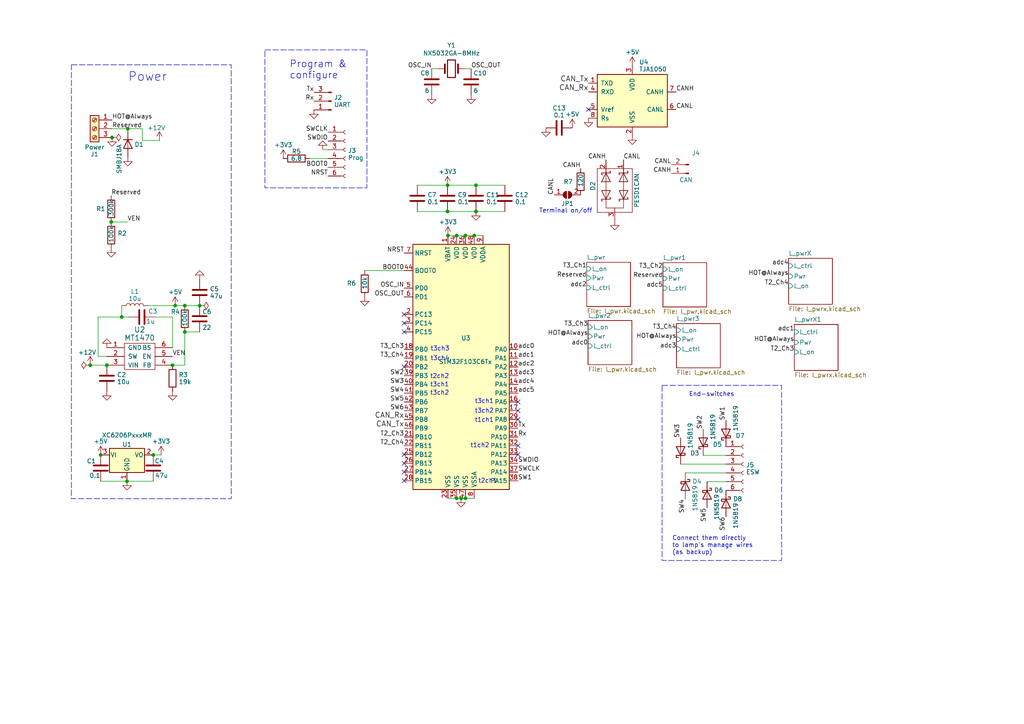
<source format=kicad_sch>
(kicad_sch (version 20230121) (generator eeschema)
  (paper "A4")
  (lib_symbols
    (symbol "Connector:Conn_01x02_Pin" (pin_names (offset 1.016) hide)
      (property "Reference" "J" (at 0 2.54 0))
      (property "Value" "Conn_01x02_Pin" (at 0 -5.08 0))
      (symbol "Conn_01x02_Pin_1_1"
        (polyline (pts (xy 1.27 -2.54) (xy 0.8636 -2.54)) (stroke (width 0.1524)))
        (polyline (pts (xy 1.27 0) (xy 0.8636 0)) (stroke (width 0.1524)))
        (rectangle (start 0.8636 -2.413) (end 0 -2.667) (stroke (width 0.1524)) (fill (type outline)))
        (rectangle (start 0.8636 0.127) (end 0 -0.127) (stroke (width 0.1524)) (fill (type outline)))
        (pin passive line (at 5.08 0 180) (length 3.81) (name "Pin_1") (number "1"))
        (pin passive line (at 5.08 -2.54 180) (length 3.81) (name "Pin_2") (number "2"))
      )
    )
    (symbol "Connector:Conn_01x03_Pin" (pin_names (offset 1.016) hide)
      (property "Reference" "J" (at 0 5.08 0))
      (property "Value" "Conn_01x03_Pin" (at 0 -5.08 0))
      (symbol "Conn_01x03_Pin_1_1"
        (polyline (pts (xy 1.27 -2.54) (xy 0.8636 -2.54)) (stroke (width 0.1524)))
        (polyline (pts (xy 1.27 0) (xy 0.8636 0)) (stroke (width 0.1524)))
        (polyline (pts (xy 1.27 2.54) (xy 0.8636 2.54)) (stroke (width 0.1524)))
        (rectangle (start 0.8636 -2.413) (end 0 -2.667) (stroke (width 0.1524)) (fill (type outline)))
        (rectangle (start 0.8636 0.127) (end 0 -0.127) (stroke (width 0.1524)) (fill (type outline)))
        (rectangle (start 0.8636 2.667) (end 0 2.413) (stroke (width 0.1524)) (fill (type outline)))
        (pin passive line (at 5.08 2.54 180) (length 3.81) (name "Pin_1") (number "1"))
        (pin passive line (at 5.08 0 180) (length 3.81) (name "Pin_2") (number "2"))
        (pin passive line (at 5.08 -2.54 180) (length 3.81) (name "Pin_3") (number "3"))
      )
    )
    (symbol "Connector:Conn_01x06_Socket" (pin_names (offset 1.016) hide)
      (property "Reference" "J" (at 0 7.62 0))
      (property "Value" "Conn_01x06_Socket" (at 0 -10.16 0))
      (symbol "Conn_01x06_Socket_1_1"
        (arc (start 0 -7.112) (mid -0.5058 -7.62) (end 0 -8.128) (stroke (width 0.1524)))
        (arc (start 0 -4.572) (mid -0.5058 -5.08) (end 0 -5.588) (stroke (width 0.1524)))
        (arc (start 0 -2.032) (mid -0.5058 -2.54) (end 0 -3.048) (stroke (width 0.1524)))
        (polyline (pts (xy -1.27 -7.62) (xy -0.508 -7.62)) (stroke (width 0.1524)))
        (polyline (pts (xy -1.27 -5.08) (xy -0.508 -5.08)) (stroke (width 0.1524)))
        (polyline (pts (xy -1.27 -2.54) (xy -0.508 -2.54)) (stroke (width 0.1524)))
        (polyline (pts (xy -1.27 0) (xy -0.508 0)) (stroke (width 0.1524)))
        (polyline (pts (xy -1.27 2.54) (xy -0.508 2.54)) (stroke (width 0.1524)))
        (polyline (pts (xy -1.27 5.08) (xy -0.508 5.08)) (stroke (width 0.1524)))
        (arc (start 0 0.508) (mid -0.5058 0) (end 0 -0.508) (stroke (width 0.1524)))
        (arc (start 0 3.048) (mid -0.5058 2.54) (end 0 2.032) (stroke (width 0.1524)))
        (arc (start 0 5.588) (mid -0.5058 5.08) (end 0 4.572) (stroke (width 0.1524)))
        (pin passive line (at -5.08 5.08 0) (length 3.81) (name "Pin_1") (number "1"))
        (pin passive line (at -5.08 2.54 0) (length 3.81) (name "Pin_2") (number "2"))
        (pin passive line (at -5.08 0 0) (length 3.81) (name "Pin_3") (number "3"))
        (pin passive line (at -5.08 -2.54 0) (length 3.81) (name "Pin_4") (number "4"))
        (pin passive line (at -5.08 -5.08 0) (length 3.81) (name "Pin_5") (number "5"))
        (pin passive line (at -5.08 -7.62 0) (length 3.81) (name "Pin_6") (number "6"))
      )
    )
    (symbol "Connector:Screw_Terminal_01x03" (pin_names (offset 1.016) hide)
      (property "Reference" "J" (at 0 5.08 0))
      (property "Value" "Screw_Terminal_01x03" (at 0 -5.08 0))
      (symbol "Screw_Terminal_01x03_1_1"
        (rectangle (start -1.27 3.81) (end 1.27 -3.81) (stroke (width 0.254)) (fill (type background)))
        (circle (center 0 -2.54) (radius 0.635) (stroke (width 0.1524)))
        (polyline (pts (xy -0.5334 -2.2098) (xy 0.3302 -3.048)) (stroke (width 0.1524)))
        (polyline (pts (xy -0.5334 0.3302) (xy 0.3302 -0.508)) (stroke (width 0.1524)))
        (polyline (pts (xy -0.5334 2.8702) (xy 0.3302 2.032)) (stroke (width 0.1524)))
        (polyline (pts (xy -0.3556 -2.032) (xy 0.508 -2.8702)) (stroke (width 0.1524)))
        (polyline (pts (xy -0.3556 0.508) (xy 0.508 -0.3302)) (stroke (width 0.1524)))
        (polyline (pts (xy -0.3556 3.048) (xy 0.508 2.2098)) (stroke (width 0.1524)))
        (circle (center 0 0) (radius 0.635) (stroke (width 0.1524)))
        (circle (center 0 2.54) (radius 0.635) (stroke (width 0.1524)))
        (pin passive line (at -5.08 2.54 0) (length 3.81) (name "Pin_1") (number "1"))
        (pin passive line (at -5.08 0 0) (length 3.81) (name "Pin_2") (number "2"))
        (pin passive line (at -5.08 -2.54 0) (length 3.81) (name "Pin_3") (number "3"))
      )
    )
    (symbol "D_1" (pin_numbers hide) (pin_names (offset 1.016) hide)
      (property "Reference" "D" (at 0 2.54 0))
      (property "Value" "D" (at 0 -2.54 0))
      (symbol "D_1_0_1"
        (polyline (pts (xy -1.27 1.27) (xy -1.27 -1.27)) (stroke (width 0.254)))
        (polyline (pts (xy 1.27 0) (xy -1.27 0)))
        (polyline (pts (xy 1.27 1.27) (xy 1.27 -1.27) (xy -1.27 0) (xy 1.27 1.27)) (stroke (width 0.254)))
      )
      (symbol "D_1_1_1"
        (pin passive line (at -3.81 0 0) (length 2.54) (name "K") (number "1"))
        (pin passive line (at 3.81 0 180) (length 2.54) (name "A") (number "2"))
      )
    )
    (symbol "Device:C" (pin_numbers hide) (pin_names (offset 0.254))
      (property "Reference" "C" (at 0.635 2.54 0))
      (property "Value" "C" (at 0.635 -2.54 0))
      (symbol "C_0_1"
        (polyline (pts (xy -2.032 -0.762) (xy 2.032 -0.762)) (stroke (width 0.508)))
        (polyline (pts (xy -2.032 0.762) (xy 2.032 0.762)) (stroke (width 0.508)))
      )
      (symbol "C_1_1"
        (pin passive line (at 0 3.81 270) (length 2.794) (name "~") (number "1"))
        (pin passive line (at 0 -3.81 90) (length 2.794) (name "~") (number "2"))
      )
    )
    (symbol "Device:Crystal" (pin_numbers hide) (pin_names (offset 1.016) hide)
      (property "Reference" "Y" (at 0 3.81 0))
      (property "Value" "Crystal" (at 0 -3.81 0))
      (symbol "Crystal_0_1"
        (rectangle (start -1.143 2.54) (end 1.143 -2.54) (stroke (width 0.3048)))
        (polyline (pts (xy -2.54 0) (xy -1.905 0)))
        (polyline (pts (xy -1.905 -1.27) (xy -1.905 1.27)) (stroke (width 0.508)))
        (polyline (pts (xy 1.905 -1.27) (xy 1.905 1.27)) (stroke (width 0.508)))
        (polyline (pts (xy 2.54 0) (xy 1.905 0)))
      )
      (symbol "Crystal_1_1"
        (pin passive line (at -3.81 0 0) (length 1.27) (name "1") (number "1"))
        (pin passive line (at 3.81 0 180) (length 1.27) (name "2") (number "2"))
      )
    )
    (symbol "Device:D_Schottky" (pin_numbers hide) (pin_names (offset 1.016) hide)
      (property "Reference" "D" (at 0 2.54 0))
      (property "Value" "D_Schottky" (at 0 -2.54 0))
      (symbol "D_Schottky_0_1"
        (polyline (pts (xy 1.27 0) (xy -1.27 0)))
        (polyline (pts (xy 1.27 1.27) (xy 1.27 -1.27) (xy -1.27 0) (xy 1.27 1.27)) (stroke (width 0.254)))
        (polyline (pts (xy -1.905 0.635) (xy -1.905 1.27) (xy -1.27 1.27) (xy -1.27 -1.27) (xy -0.635 -1.27) (xy -0.635 -0.635)) (stroke (width 0.254)))
      )
      (symbol "D_Schottky_1_1"
        (pin passive line (at -3.81 0 0) (length 2.54) (name "K") (number "1"))
        (pin passive line (at 3.81 0 180) (length 2.54) (name "A") (number "2"))
      )
    )
    (symbol "Device:L" (pin_numbers hide) (pin_names (offset 1.016) hide)
      (property "Reference" "L" (at -1.27 0 90))
      (property "Value" "L" (at 1.905 0 90))
      (symbol "L_0_1"
        (arc (start 0 -2.54) (mid 0.6323 -1.905) (end 0 -1.27))
        (arc (start 0 -1.27) (mid 0.6323 -0.635) (end 0 0))
        (arc (start 0 0) (mid 0.6323 0.635) (end 0 1.27))
        (arc (start 0 1.27) (mid 0.6323 1.905) (end 0 2.54))
      )
      (symbol "L_1_1"
        (pin passive line (at 0 3.81 270) (length 1.27) (name "1") (number "1"))
        (pin passive line (at 0 -3.81 90) (length 1.27) (name "2") (number "2"))
      )
    )
    (symbol "Device:R" (pin_numbers hide) (pin_names (offset 0))
      (property "Reference" "R" (at 2.032 0 90))
      (property "Value" "R" (at 0 0 90))
      (symbol "R_0_1"
        (rectangle (start -1.016 -2.54) (end 1.016 2.54) (stroke (width 0.254)))
      )
      (symbol "R_1_1"
        (pin passive line (at 0 3.81 270) (length 1.27) (name "~") (number "1"))
        (pin passive line (at 0 -3.81 90) (length 1.27) (name "~") (number "2"))
      )
    )
    (symbol "GND_3" (power) (pin_names (offset 0))
      (property "Value" "GND_3" (at 0 -3.81 0))
      (symbol "GND_3_0_1"
        (polyline (pts (xy 0 0) (xy 0 -1.27) (xy 1.27 -1.27) (xy 0 -2.54) (xy -1.27 -1.27) (xy 0 -1.27)))
      )
      (symbol "GND_3_1_1"
        (pin power_in line (at 0 0 270) (length 0) hide (name "GND") (number "1"))
      )
    )
    (symbol "Interface_CAN_LIN:MCP2551-I-SN" (pin_names (offset 1.016))
      (property "Reference" "U" (at -10.16 8.89 0))
      (property "Value" "MCP2551-I-SN" (at 2.54 8.89 0))
      (symbol "MCP2551-I-SN_0_1"
        (rectangle (start -10.16 7.62) (end 10.16 -7.62) (stroke (width 0.254)) (fill (type background)))
      )
      (symbol "MCP2551-I-SN_1_1"
        (pin input line (at -12.7 5.08 0) (length 2.54) (name "TXD") (number "1"))
        (pin power_in line (at 0 -10.16 90) (length 2.54) (name "VSS") (number "2"))
        (pin power_in line (at 0 10.16 270) (length 2.54) (name "VDD") (number "3"))
        (pin output line (at -12.7 2.54 0) (length 2.54) (name "RXD") (number "4"))
        (pin power_out line (at -12.7 -2.54 0) (length 2.54) (name "Vref") (number "5"))
        (pin bidirectional line (at 12.7 -2.54 180) (length 2.54) (name "CANL") (number "6"))
        (pin bidirectional line (at 12.7 2.54 180) (length 2.54) (name "CANH") (number "7"))
        (pin input line (at -12.7 -5.08 0) (length 2.54) (name "Rs") (number "8"))
      )
    )
    (symbol "Jumper:SolderJumper_2_Open" (pin_names (offset 0) hide)
      (property "Reference" "JP" (at 0 2.032 0))
      (property "Value" "SolderJumper_2_Open" (at 0 -2.54 0))
      (symbol "SolderJumper_2_Open_0_1"
        (arc (start -0.254 1.016) (mid -1.2656 0) (end -0.254 -1.016))
        (arc (start -0.254 1.016) (mid -1.2656 0) (end -0.254 -1.016) (fill (type outline)))
        (polyline (pts (xy -0.254 1.016) (xy -0.254 -1.016)))
        (polyline (pts (xy 0.254 1.016) (xy 0.254 -1.016)))
        (arc (start 0.254 -1.016) (mid 1.2656 0) (end 0.254 1.016))
        (arc (start 0.254 -1.016) (mid 1.2656 0) (end 0.254 1.016) (fill (type outline)))
      )
      (symbol "SolderJumper_2_Open_1_1"
        (pin passive line (at -3.81 0 0) (length 2.54) (name "A") (number "1"))
        (pin passive line (at 3.81 0 180) (length 2.54) (name "B") (number "2"))
      )
    )
    (symbol "MCU_ST_STM32F1:STM32F103C6Tx"
      (property "Reference" "U" (at -15.24 36.83 0))
      (property "Value" "STM32F103C6Tx" (at 7.62 36.83 0))
      (symbol "STM32F103C6Tx_0_1"
        (rectangle (start -15.24 -35.56) (end 12.7 35.56) (stroke (width 0.254)) (fill (type background)))
      )
      (symbol "STM32F103C6Tx_1_1"
        (pin power_in line (at -5.08 38.1 270) (length 2.54) (name "VBAT") (number "1"))
        (pin bidirectional line (at 15.24 5.08 180) (length 2.54) (name "PA0") (number "10"))
        (pin bidirectional line (at 15.24 2.54 180) (length 2.54) (name "PA1") (number "11"))
        (pin bidirectional line (at 15.24 0 180) (length 2.54) (name "PA2") (number "12"))
        (pin bidirectional line (at 15.24 -2.54 180) (length 2.54) (name "PA3") (number "13"))
        (pin bidirectional line (at 15.24 -5.08 180) (length 2.54) (name "PA4") (number "14"))
        (pin bidirectional line (at 15.24 -7.62 180) (length 2.54) (name "PA5") (number "15"))
        (pin bidirectional line (at 15.24 -10.16 180) (length 2.54) (name "PA6") (number "16"))
        (pin bidirectional line (at 15.24 -12.7 180) (length 2.54) (name "PA7") (number "17"))
        (pin bidirectional line (at -17.78 5.08 0) (length 2.54) (name "PB0") (number "18"))
        (pin bidirectional line (at -17.78 2.54 0) (length 2.54) (name "PB1") (number "19"))
        (pin bidirectional line (at -17.78 15.24 0) (length 2.54) (name "PC13") (number "2"))
        (pin bidirectional line (at -17.78 0 0) (length 2.54) (name "PB2") (number "20"))
        (pin bidirectional line (at -17.78 -20.32 0) (length 2.54) (name "PB10") (number "21"))
        (pin bidirectional line (at -17.78 -22.86 0) (length 2.54) (name "PB11") (number "22"))
        (pin power_in line (at -5.08 -38.1 90) (length 2.54) (name "VSS") (number "23"))
        (pin power_in line (at -2.54 38.1 270) (length 2.54) (name "VDD") (number "24"))
        (pin bidirectional line (at -17.78 -25.4 0) (length 2.54) (name "PB12") (number "25"))
        (pin bidirectional line (at -17.78 -27.94 0) (length 2.54) (name "PB13") (number "26"))
        (pin bidirectional line (at -17.78 -30.48 0) (length 2.54) (name "PB14") (number "27"))
        (pin bidirectional line (at -17.78 -33.02 0) (length 2.54) (name "PB15") (number "28"))
        (pin bidirectional line (at 15.24 -15.24 180) (length 2.54) (name "PA8") (number "29"))
        (pin bidirectional line (at -17.78 12.7 0) (length 2.54) (name "PC14") (number "3"))
        (pin bidirectional line (at 15.24 -17.78 180) (length 2.54) (name "PA9") (number "30"))
        (pin bidirectional line (at 15.24 -20.32 180) (length 2.54) (name "PA10") (number "31"))
        (pin bidirectional line (at 15.24 -22.86 180) (length 2.54) (name "PA11") (number "32"))
        (pin bidirectional line (at 15.24 -25.4 180) (length 2.54) (name "PA12") (number "33"))
        (pin bidirectional line (at 15.24 -27.94 180) (length 2.54) (name "PA13") (number "34"))
        (pin power_in line (at -2.54 -38.1 90) (length 2.54) (name "VSS") (number "35"))
        (pin power_in line (at 0 38.1 270) (length 2.54) (name "VDD") (number "36"))
        (pin bidirectional line (at 15.24 -30.48 180) (length 2.54) (name "PA14") (number "37"))
        (pin bidirectional line (at 15.24 -33.02 180) (length 2.54) (name "PA15") (number "38"))
        (pin bidirectional line (at -17.78 -2.54 0) (length 2.54) (name "PB3") (number "39"))
        (pin bidirectional line (at -17.78 10.16 0) (length 2.54) (name "PC15") (number "4"))
        (pin bidirectional line (at -17.78 -5.08 0) (length 2.54) (name "PB4") (number "40"))
        (pin bidirectional line (at -17.78 -7.62 0) (length 2.54) (name "PB5") (number "41"))
        (pin bidirectional line (at -17.78 -10.16 0) (length 2.54) (name "PB6") (number "42"))
        (pin bidirectional line (at -17.78 -12.7 0) (length 2.54) (name "PB7") (number "43"))
        (pin input line (at -17.78 27.94 0) (length 2.54) (name "BOOT0") (number "44"))
        (pin bidirectional line (at -17.78 -15.24 0) (length 2.54) (name "PB8") (number "45"))
        (pin bidirectional line (at -17.78 -17.78 0) (length 2.54) (name "PB9") (number "46"))
        (pin power_in line (at 0 -38.1 90) (length 2.54) (name "VSS") (number "47"))
        (pin power_in line (at 2.54 38.1 270) (length 2.54) (name "VDD") (number "48"))
        (pin input line (at -17.78 22.86 0) (length 2.54) (name "PD0") (number "5"))
        (pin input line (at -17.78 20.32 0) (length 2.54) (name "PD1") (number "6"))
        (pin input line (at -17.78 33.02 0) (length 2.54) (name "NRST") (number "7"))
        (pin power_in line (at 2.54 -38.1 90) (length 2.54) (name "VSSA") (number "8"))
        (pin power_in line (at 5.08 38.1 270) (length 2.54) (name "VDDA") (number "9"))
      )
    )
    (symbol "Regulator_Linear:XC6206PxxxMR" (pin_names (offset 0.254))
      (property "Reference" "U" (at -3.81 3.175 0))
      (property "Value" "XC6206PxxxMR" (at 0 3.175 0))
      (symbol "XC6206PxxxMR_0_1"
        (rectangle (start -5.08 1.905) (end 5.08 -5.08) (stroke (width 0.254)) (fill (type background)))
      )
      (symbol "XC6206PxxxMR_1_1"
        (pin power_in line (at 0 -7.62 90) (length 2.54) (name "GND") (number "1"))
        (pin power_out line (at 7.62 0 180) (length 2.54) (name "VO") (number "2"))
        (pin power_in line (at -7.62 0 0) (length 2.54) (name "VI") (number "3"))
      )
    )
    (symbol "elements:PESD1CAN" (pin_names (offset 0.762) hide)
      (property "Reference" "D" (at 0 -8.89 0))
      (property "Value" "PESD1CAN" (at 1.27 3.81 0))
      (symbol "PESD1CAN_0_1"
        (rectangle (start -5.08 2.54) (end 7.62 -7.62))
        (polyline (pts (xy -3.556 -5.08) (xy 3.81 -5.08)))
        (polyline (pts (xy -3.556 0) (xy 3.81 0)))
        (polyline (pts (xy -3.81 -3.81) (xy -3.81 -6.35) (xy -3.81 -6.35)) (stroke (width 0.2032)))
        (polyline (pts (xy -3.81 1.27) (xy -3.81 -1.27) (xy -3.81 -1.27)) (stroke (width 0.2032)))
        (polyline (pts (xy 3.81 -3.81) (xy 3.81 -6.35) (xy 3.81 -6.35)) (stroke (width 0.2032)))
        (polyline (pts (xy 3.81 1.27) (xy 3.81 -1.27) (xy 3.81 -1.27)) (stroke (width 0.2032)))
        (polyline (pts (xy -3.81 -3.81) (xy -4.318 -3.81) (xy -4.318 -4.064) (xy -4.318 -4.064)) (stroke (width 0.2032)))
        (polyline (pts (xy -3.81 1.27) (xy -4.318 1.27) (xy -4.318 1.016) (xy -4.318 1.016)) (stroke (width 0.2032)))
        (polyline (pts (xy 3.81 -6.35) (xy 4.318 -6.35) (xy 4.318 -6.096) (xy 4.318 -6.096)) (stroke (width 0.2032)))
        (polyline (pts (xy 3.81 -3.81) (xy 3.302 -3.81) (xy 3.302 -4.064) (xy 3.302 -4.064)) (stroke (width 0.2032)))
        (polyline (pts (xy 3.81 -1.27) (xy 4.318 -1.27) (xy 4.318 -1.016) (xy 4.318 -1.016)) (stroke (width 0.2032)))
        (polyline (pts (xy 3.81 0) (xy 6.35 0) (xy 6.35 -5.08) (xy 3.81 -5.08)))
        (polyline (pts (xy 3.81 1.27) (xy 3.302 1.27) (xy 3.302 1.016) (xy 3.302 1.016)) (stroke (width 0.2032)))
        (polyline (pts (xy -3.302 -6.096) (xy -3.302 -6.35) (xy -3.81 -6.35) (xy -3.81 -6.35) (xy -3.81 -6.35)) (stroke (width 0.2032)))
        (polyline (pts (xy -3.302 -1.016) (xy -3.302 -1.27) (xy -3.81 -1.27) (xy -3.81 -1.27) (xy -3.81 -1.27)) (stroke (width 0.2032)))
        (polyline (pts (xy -1.27 -6.35) (xy -3.81 -5.08) (xy -1.27 -3.81) (xy -1.27 -6.35) (xy -1.27 -6.35) (xy -1.27 -6.35)) (stroke (width 0.2032)))
        (polyline (pts (xy -1.27 -1.27) (xy -3.81 0) (xy -1.27 1.27) (xy -1.27 -1.27) (xy -1.27 -1.27) (xy -1.27 -1.27)) (stroke (width 0.2032)))
        (polyline (pts (xy 1.27 -3.81) (xy 3.81 -5.08) (xy 1.27 -6.35) (xy 1.27 -3.81) (xy 1.27 -3.81) (xy 1.27 -3.81)) (stroke (width 0.2032)))
        (polyline (pts (xy 1.27 1.27) (xy 3.81 0) (xy 1.27 -1.27) (xy 1.27 1.27) (xy 1.27 1.27) (xy 1.27 1.27)) (stroke (width 0.2032)))
        (pin passive line (at -7.62 0 0) (length 3.81) (name "K") (number "1"))
        (pin passive line (at -7.62 -5.08 0) (length 3.81) (name "K") (number "2"))
        (pin passive line (at 10.16 -2.54 180) (length 3.81) (name "O") (number "3"))
      )
    )
    (symbol "mp1584:MT1470" (pin_names (offset 1.016))
      (property "Reference" "U" (at -2.54 5.08 0))
      (property "Value" "MT1470" (at 0 -5.08 0))
      (symbol "MT1470_0_1"
        (rectangle (start -5.08 3.81) (end 3.81 -3.81))
      )
      (symbol "MT1470_1_1"
        (pin input line (at -10.16 2.54 0) (length 5.08) (name "GND") (number "1"))
        (pin input line (at -10.16 0 0) (length 5.08) (name "SW") (number "2"))
        (pin input line (at -10.16 -2.54 0) (length 5.08) (name "VIN") (number "3"))
        (pin input line (at 8.89 -2.54 180) (length 5.08) (name "FB") (number "4"))
        (pin input line (at 8.89 0 180) (length 5.08) (name "EN") (number "5"))
        (pin input line (at 8.89 2.54 180) (length 5.08) (name "BS") (number "6"))
      )
    )
    (symbol "power:+12V" (power) (pin_names (offset 0))
      (property "Value" "+12V" (at 0 3.556 0))
      (symbol "+12V_0_1"
        (polyline (pts (xy -0.762 1.27) (xy 0 2.54)))
        (polyline (pts (xy 0 0) (xy 0 2.54)))
        (polyline (pts (xy 0 2.54) (xy 0.762 1.27)))
      )
      (symbol "+12V_1_1"
        (pin power_in line (at 0 0 90) (length 0) hide (name "+12V") (number "1"))
      )
    )
    (symbol "power:+3V3" (power) (pin_names (offset 0))
      (property "Value" "+3V3" (at 0 3.556 0))
      (symbol "+3V3_0_1"
        (polyline (pts (xy -0.762 1.27) (xy 0 2.54)))
        (polyline (pts (xy 0 0) (xy 0 2.54)))
        (polyline (pts (xy 0 2.54) (xy 0.762 1.27)))
      )
      (symbol "+3V3_1_1"
        (pin power_in line (at 0 0 90) (length 0) hide (name "+3V3") (number "1"))
      )
    )
    (symbol "power:+5V" (power) (pin_names (offset 0))
      (property "Value" "+5V" (at 0 3.556 0))
      (symbol "+5V_0_1"
        (polyline (pts (xy -0.762 1.27) (xy 0 2.54)))
        (polyline (pts (xy 0 0) (xy 0 2.54)))
        (polyline (pts (xy 0 2.54) (xy 0.762 1.27)))
      )
      (symbol "+5V_1_1"
        (pin power_in line (at 0 0 90) (length 0) hide (name "+5V") (number "1"))
      )
    )
    (symbol "power:PWR_FLAG" (power) (pin_numbers hide) (pin_names (offset 0) hide)
      (property "Value" "PWR_FLAG" (at 0 3.81 0))
      (symbol "PWR_FLAG_0_0"
        (pin power_out line (at 0 0 90) (length 0) (name "pwr") (number "1"))
      )
      (symbol "PWR_FLAG_0_1"
        (polyline (pts (xy 0 0) (xy 0 1.27) (xy -1.016 1.905) (xy 0 2.54) (xy 1.016 1.905) (xy 0 1.27)))
      )
    )
  )
  (junction (at 135.001 68.326))
  (junction (at 53.594 88.646))
  (junction (at 37.084 37.338))
  (junction (at 30.988 105.918))
  (junction (at 32.258 64.389))
  (junction (at 50.8071 88.646))
  (junction (at 132.461 144.526))
  (junction (at 129.794 53.721))
  (junction (at 135.001 144.526))
  (junction (at 50.038 105.918))
  (junction (at 26.162 105.918))
  (junction (at 36.83 139.573))
  (junction (at 129.794 61.341))
  (junction (at 132.461 68.326))
  (junction (at 44.45 131.953))
  (junction (at 137.541 68.326))
  (junction (at 35.306 91.948))
  (junction (at 138.049 53.721))
  (junction (at 29.21 131.953))
  (junction (at 129.921 68.326))
  (junction (at 53.594 96.266))
  (junction (at 57.912 88.646))
  (junction (at 138.049 61.341))
  (junction (at 32.512 39.878))
  (junction (at 133.731 144.526))
  (no_connect (at 170.688 31.75))
  (no_connect (at 117.221 96.266))
  (no_connect (at 117.221 131.826))
  (no_connect (at 117.221 136.906))
  (no_connect (at 117.221 106.426))
  (no_connect (at 150.241 131.826))
  (no_connect (at 117.221 134.366))
  (no_connect (at 117.221 93.726))
  (no_connect (at 150.241 121.666))
  (no_connect (at 150.241 119.126))
  (no_connect (at 150.241 116.586))
  (no_connect (at 117.221 139.446))
  (no_connect (at 150.241 129.286))
  (no_connect (at 117.221 91.186))
  (wire (pts (xy 210.566 134.62) (xy 197.4119 134.62)))
  (wire (pts (xy 50.038 91.948) (xy 50.038 100.838)))
  (wire (pts (xy 50.038 105.918) (xy 53.594 105.918)))
  (wire (pts (xy 135.001 68.326) (xy 137.541 68.326)))
  (wire (pts (xy 46.736 131.953) (xy 44.45 131.953)))
  (wire (pts (xy 133.731 144.526) (xy 135.001 144.526)))
  (wire (pts (xy 129.921 144.526) (xy 132.461 144.526)))
  (wire (pts (xy 53.594 105.918) (xy 53.594 96.266)))
  (wire (pts (xy 137.541 68.326) (xy 140.081 68.326)))
  (wire (pts (xy 129.921 68.326) (xy 132.461 68.326)))
  (wire (pts (xy 132.461 68.326) (xy 135.001 68.326)))
  (wire (pts (xy 26.162 105.918) (xy 30.988 105.918)))
  (wire (pts (xy 138.049 53.721) (xy 146.431 53.721)))
  (wire (pts (xy 121.031 61.341) (xy 129.794 61.341)))
  (wire (pts (xy 129.794 61.341) (xy 138.049 61.341)))
  (wire (pts (xy 46.228 40.767) (xy 41.275 40.767)))
  (wire (pts (xy 210.566 132.08) (xy 203.9647 132.08)))
  (wire (pts (xy 35.306 88.646) (xy 35.306 91.948)))
  (wire (pts (xy 136.652 19.939) (xy 134.747 19.939)))
  (wire (pts (xy 198.7708 137.16) (xy 210.566 137.16)))
  (wire (pts (xy 105.791 78.486) (xy 117.221 78.486)))
  (wire (pts (xy 44.958 91.948) (xy 50.038 91.948)))
  (wire (pts (xy 210.566 139.7) (xy 205.0764 139.7)))
  (wire (pts (xy 89.789 45.974) (xy 95.123 45.974)))
  (wire (pts (xy 37.338 91.948) (xy 35.306 91.948)))
  (wire (pts (xy 41.275 40.767) (xy 41.275 37.338)))
  (wire (pts (xy 32.512 37.338) (xy 37.084 37.338)))
  (wire (pts (xy 121.031 53.721) (xy 129.794 53.721)))
  (wire (pts (xy 138.049 61.341) (xy 146.431 61.341)))
  (wire (pts (xy 28.448 103.378) (xy 30.988 103.378)))
  (wire (pts (xy 129.794 53.721) (xy 138.049 53.721)))
  (wire (pts (xy 50.8071 88.646) (xy 53.594 88.646)))
  (wire (pts (xy 41.275 37.338) (xy 37.084 37.338)))
  (wire (pts (xy 29.21 139.573) (xy 36.83 139.573)))
  (wire (pts (xy 53.594 96.266) (xy 57.912 96.266)))
  (wire (pts (xy 28.448 91.948) (xy 28.448 103.378)))
  (wire (pts (xy 53.594 88.646) (xy 57.912 88.646)))
  (wire (pts (xy 135.001 144.526) (xy 137.541 144.526)))
  (wire (pts (xy 42.926 88.646) (xy 50.8071 88.646)))
  (wire (pts (xy 37.084 37.338) (xy 37.084 37.973)))
  (wire (pts (xy 93.599 43.434) (xy 95.123 43.434)))
  (wire (pts (xy 36.957 64.389) (xy 32.258 64.389)))
  (wire (pts (xy 36.83 139.573) (xy 44.45 139.573)))
  (wire (pts (xy 132.461 144.526) (xy 133.731 144.526)))
  (wire (pts (xy 35.306 91.948) (xy 28.448 91.948)))
  (wire (pts (xy 125.222 19.939) (xy 127.127 19.939)))
  (rectangle (start 20.701 18.796) (end 67.056 144.653) (stroke (width 0) (type dash)))
  (rectangle (start 76.835 14.478) (end 106.426 54.483) (stroke (width 0) (type dash)))
  (rectangle (start 192.024 111.76) (end 226.695 162.56) (stroke (width 0) (type dash)))
  (text "t3ch4" (at 124.841 104.775 0) (effects (font (size 1.27 1.27)) (justify left bottom)))
  (text "При отсутствии 12V reserved, подключить HOT@on \n(в этом случае габариты и поворотники не будут работать без ключа!)\n\"reserved\" можно брать с платы управления\n(она будет отключать его при падении напряжения аккумулятора ниже 10В)." (at -6.35 -10.922 0) (effects (font (size 5 5)) (justify left bottom)))
  (text "t3ch2" (at 137.668 120.015 0) (effects (font (size 1.27 1.27)) (justify left bottom)))
  (text "Connect them directly\nto lamp's manage wires\n(as backup)" (at 194.945 161.036 0) (effects (font (size 1.27 1.27)) (justify left bottom)))
  (text "t1ch2" (at 136.398 130.048 0) (effects (font (size 1.27 1.27)) (justify left bottom)))
  (text "t2ch2" (at 124.714 109.982 0) (effects (font (size 1.27 1.27)) (justify left bottom)))
  (text "t2ch1" (at 138.684 140.335 0) (effects (font (size 1.27 1.27)) (justify left bottom)))
  (text "Terminal on/off" (at 156.337 61.976 0) (effects (font (size 1.27 1.27)) (justify left bottom)))
  (text "Program &\nconfigure" (at 83.947 23.114 0) (effects (font (size 2 2)) (justify left bottom)))
  (text "t3ch3" (at 124.841 101.981 0) (effects (font (size 1.27 1.27)) (justify left bottom)))
  (text "End-switches" (at 199.771 115.189 0) (effects (font (size 1.27 1.27)) (justify left bottom)))
  (text "t3ch1" (at 124.714 112.395 0) (effects (font (size 1.27 1.27)) (justify left bottom)))
  (text "Power" (at 37.084 23.876 0) (effects (font (size 2.54 2.54)) (justify left bottom)))
  (text "t3ch1" (at 137.668 117.221 0) (effects (font (size 1.27 1.27)) (justify left bottom)))
  (text "t3ch2" (at 124.714 114.808 0) (effects (font (size 1.27 1.27)) (justify left bottom)))
  (text "t1ch1" (at 137.668 122.682 0) (effects (font (size 1.27 1.27)) (justify left bottom)))
  (label "OSC_OUT" (at 117.221 86.106 180))
  (label "Reserved" (at 170.18 80.645 180))
  (label "OSC_IN" (at 125.222 19.939 180))
  (label "T3_Ch1" (at 170.18 77.978 180))
  (label "Reserved" (at 32.512 37.338 0))
  (label "SWCLK" (at 95.123 38.354 180))
  (label "BOOT0" (at 117.221 78.486 180))
  (label "CAN_Rx" (at 170.688 26.67 180) (effects (font (size 1.524 1.524))))
  (label "SWDIO" (at 95.123 40.894 180))
  (label "SW4" (at 198.7708 144.78 270))
  (label "OSC_OUT" (at 136.652 19.939 0))
  (label "adc0" (at 150.241 101.346 0))
  (label "NRST" (at 117.221 73.406 180))
  (label "SW2" (at 203.9647 124.46 90))
  (label "adc3" (at 150.241 108.966 0))
  (label "CAN_Tx" (at 170.688 24.13 180) (effects (font (size 1.524 1.524))))
  (label "SW3" (at 197.4119 127 90))
  (label "adc0" (at 170.561 100.33 180))
  (label "HOT@Always" (at 32.512 34.798 0))
  (label "T3_Ch2" (at 192.278 78.105 180))
  (label "HOT@Always" (at 196.215 98.425 180))
  (label "adc5" (at 192.278 83.566 180))
  (label "CAN_Rx" (at 117.221 121.666 180) (effects (font (size 1.524 1.524))))
  (label "adc4" (at 228.727 77.089 180))
  (label "Tx" (at 91.059 26.797 180))
  (label "VEN" (at 50.038 103.378 0))
  (label "adc4" (at 150.241 111.506 0))
  (label "adc1" (at 230.378 96.266 180))
  (label "NRST" (at 95.123 51.054 180))
  (label "SW4" (at 117.221 114.046 180))
  (label "T2_Ch3" (at 117.221 126.746 180))
  (label "BOOT0" (at 95.123 48.514 180))
  (label "Reserved" (at 32.258 56.769 0))
  (label "SW1" (at 150.241 139.446 0))
  (label "HOT@Always" (at 170.561 97.536 180))
  (label "CANH" (at 194.691 50.292 180))
  (label "T2_Ch4" (at 117.221 129.286 180))
  (label "HOT@Always" (at 228.727 80.137 180))
  (label "SW5" (at 117.221 116.586 180))
  (label "adc1" (at 150.241 103.886 0))
  (label "T2_Ch3" (at 230.378 102.108 180))
  (label "SW1" (at 210.566 121.92 90))
  (label "CAN_Tx" (at 117.221 124.206 180) (effects (font (size 1.524 1.524))))
  (label "CANL" (at 194.691 47.752 180))
  (label "Rx" (at 91.059 29.337 180))
  (label "VEN" (at 36.957 64.389 0))
  (label "SW6" (at 210.566 149.86 270))
  (label "CANL" (at 180.848 46.355 0))
  (label "CANH" (at 168.402 48.895 180))
  (label "T3_Ch3" (at 117.221 101.346 180))
  (label "adc3" (at 196.215 101.219 180))
  (label "Rx" (at 150.241 126.746 0))
  (label "T3_Ch3" (at 170.561 94.869 180))
  (label "SWDIO" (at 150.241 134.366 0))
  (label "adc5" (at 150.241 114.046 0))
  (label "adc2" (at 170.18 83.439 180))
  (label "CANL" (at 160.782 56.515 90))
  (label "OSC_IN" (at 117.221 83.566 180))
  (label "T2_Ch4" (at 228.727 82.931 180))
  (label "SW6" (at 117.221 119.126 180))
  (label "adc2" (at 150.241 106.426 0))
  (label "CANH" (at 175.768 46.355 180))
  (label "T3_Ch4" (at 196.215 95.758 180))
  (label "Reserved" (at 192.278 80.772 180))
  (label "Tx" (at 150.241 124.206 0))
  (label "CANH" (at 196.088 26.67 0))
  (label "SW3" (at 117.221 111.506 180))
  (label "SW2" (at 117.221 108.966 180))
  (label "SW5" (at 205.0764 147.32 270))
  (label "CANL" (at 196.088 31.75 0))
  (label "T3_Ch4" (at 117.221 103.886 180))
  (label "SWCLK" (at 150.241 136.906 0))
  (label "HOT@Always" (at 230.378 99.314 180))
  (symbol (lib_id "power:PWR_FLAG") (at 26.162 105.918 90) (unit 1)
    (property "Reference" "#FLG01" (effects hide))
    (property "Value" "PWR_FLAG" (effects hide))
  )
  (symbol (lib_name "GND_3") (lib_id "power:GND") (at 32.512 39.878 0) (unit 1)
    (property "Reference" "#PWR06" (effects hide))
    (property "Value" "GND" (effects hide))
  )
  (symbol (lib_id "Device:C") (at 57.912 92.456 0) (unit 1)
    (property "Reference" "C6" (at 58.674 90.424 0) (effects (justify left)))
    (property "Value" "22" (at 58.674 94.996 0) (effects (justify left)))
    (property "Footprint" "Capacitor_SMD:C_0805_2012Metric_Pad1.18x1.45mm_HandSolder" (effects hide))
  )
  (symbol (lib_name "GND_3") (lib_id "power:GND") (at 125.222 27.559 0) (unit 1)
    (property "Reference" "#PWR018" (effects hide))
    (property "Value" "GND" (effects hide))
  )
  (symbol (lib_id "Device:R") (at 168.402 52.705 0) (unit 1)
    (property "Reference" "R7" (at 163.449 52.705 0) (effects (justify left)))
    (property "Value" "120" (at 168.402 54.229 90) (effects (justify left)))
    (property "Footprint" "Resistor_SMD:R_1210_3225Metric_Pad1.30x2.65mm_HandSolder" (effects hide))
  )
  (symbol (lib_id "Device:R") (at 32.258 68.199 180) (unit 1)
    (property "Reference" "R2" (at 35.433 67.691 0))
    (property "Value" "100k" (at 32.258 67.945 90))
    (property "Footprint" "Resistor_SMD:R_0603_1608Metric_Pad0.98x0.95mm_HandSolder" (effects hide))
  )
  (symbol (lib_id "power:+5V") (at 183.388 19.05 0) (unit 1)
    (property "Reference" "#PWR028" (effects hide))
    (property "Value" "+5V" (at 183.388 15.105 0))
  )
  (symbol (lib_id "Jumper:SolderJumper_2_Open") (at 164.592 56.515 0) (unit 1)
    (property "Reference" "JP1" (at 164.592 59.055 0))
    (property "Value" "Term" (effects hide))
    (property "Footprint" "Jumper:SolderJumper-2_P1.3mm_Open_TrianglePad1.0x1.5mm" (effects hide))
  )
  (symbol (lib_id "Connector:Conn_01x03_Pin") (at 96.139 29.337 180) (unit 1)
    (property "Reference" "J2" (at 96.8502 28.313 0) (effects (justify right)))
    (property "Value" "UART" (at 96.8502 30.361 0) (effects (justify right)))
    (property "Footprint" "Connector_PinSocket_2.54mm:PinSocket_1x03_P2.54mm_Vertical" (effects hide))
  )
  (symbol (lib_id "Device:C") (at 41.148 91.948 90) (unit 1)
    (property "Reference" "C3" (at 44.323 90.297 90))
    (property "Value" "1u" (at 43.688 93.218 90))
    (property "Footprint" "Capacitor_SMD:C_1206_3216Metric_Pad1.33x1.80mm_HandSolder" (effects hide))
  )
  (symbol (lib_name "GND_3") (lib_id "power:GND") (at 50.038 113.538 0) (unit 1)
    (property "Reference" "#PWR011" (effects hide))
    (property "Value" "GND" (effects hide))
  )
  (symbol (lib_id "Connector:Conn_01x02_Pin") (at 199.771 50.292 180) (unit 1)
    (property "Reference" "J4" (at 201.8538 44.3738 0))
    (property "Value" "CAN" (at 200.914 52.197 0) (effects (justify left)))
    (property "Footprint" "Connector_JST:JST_PH_B2B-PH-K_1x02_P2.00mm_Vertical" (effects hide))
  )
  (symbol (lib_name "GND_3") (lib_id "power:GND") (at 57.912 81.026 180) (unit 1)
    (property "Reference" "#PWR013" (effects hide))
    (property "Value" "GND" (effects hide))
  )
  (symbol (lib_name "GND_3") (lib_id "power:GND") (at 170.688 34.29 0) (unit 1)
    (property "Reference" "#PWR026" (effects hide))
    (property "Value" "GND" (effects hide))
  )
  (symbol (lib_id "Device:R") (at 32.258 60.579 180) (unit 1)
    (property "Reference" "R1" (at 29.21 60.579 0))
    (property "Value" "300k" (at 32.258 60.325 90))
    (property "Footprint" "Resistor_SMD:R_0603_1608Metric_Pad0.98x0.95mm_HandSolder" (effects hide))
  )
  (symbol (lib_name "GND_3") (lib_id "power:GND") (at 36.83 139.573 0) (unit 1)
    (property "Reference" "#PWR07" (effects hide))
    (property "Value" "GND" (effects hide))
  )
  (symbol (lib_id "Device:Crystal") (at 130.937 19.939 0) (unit 1)
    (property "Reference" "Y1" (at 130.937 13.1318 0))
    (property "Value" "NX5032GA-8MHz" (at 130.937 15.4432 0))
    (property "Footprint" "Crystal:Crystal_SMD_5032-2Pin_5.0x3.2mm" (effects hide))
  )
  (symbol (lib_id "power:+3V3") (at 46.736 131.953 0) (unit 1)
    (property "Reference" "#PWR010" (effects hide))
    (property "Value" "+3V3" (at 46.736 128.008 0))
  )
  (symbol (lib_name "GND_3") (lib_id "power:GND") (at 178.308 64.135 0) (unit 1)
    (property "Reference" "#PWR027" (effects hide))
    (property "Value" "GND" (effects hide))
  )
  (symbol (lib_id "power:+5V") (at 165.989 37.084 0) (unit 1)
    (property "Reference" "#PWR025" (effects hide))
    (property "Value" "+5V" (at 165.989 33.139 0))
  )
  (symbol (lib_id "Device:C") (at 138.049 57.531 0) (unit 1)
    (property "Reference" "C11" (at 140.97 56.507 0) (effects (justify left)))
    (property "Value" "0.1" (at 140.97 58.555 0) (effects (justify left)))
    (property "Footprint" "Capacitor_SMD:C_0603_1608Metric_Pad1.08x0.95mm_HandSolder" (effects hide))
  )
  (symbol (lib_name "GND_3") (lib_id "power:GND") (at 37.084 45.593 0) (unit 1)
    (property "Reference" "#PWR08" (effects hide))
    (property "Value" "GND" (effects hide))
  )
  (symbol (lib_id "power:+3V3") (at 129.794 53.721 0) (unit 1)
    (property "Reference" "#PWR019" (effects hide))
    (property "Value" "+3V3" (at 129.794 49.776 0))
  )
  (symbol (lib_id "Device:R") (at 85.979 45.974 90) (unit 1)
    (property "Reference" "R5" (at 85.979 43.942 90))
    (property "Value" "6.8" (at 85.979 45.974 90))
    (property "Footprint" "Resistor_SMD:R_0603_1608Metric_Pad0.98x0.95mm_HandSolder" (effects hide))
  )
  (symbol (lib_name "GND_3") (lib_id "power:GND") (at 91.059 31.877 0) (unit 1)
    (property "Reference" "#PWR015" (effects hide))
    (property "Value" "GND" (effects hide))
  )
  (symbol (lib_id "power:+3V3") (at 82.169 45.974 0) (unit 1)
    (property "Reference" "#PWR014" (effects hide))
    (property "Value" "+3V3" (at 82.169 42.029 0))
  )
  (symbol (lib_id "Device:D_Schottky") (at 210.566 125.73 90) (unit 1)
    (property "Reference" "D7" (at 216.027 126.365 90) (effects (justify left)))
    (property "Value" "1N5819" (at 213.36 125.095 0) (effects (justify left)))
    (property "Footprint" "Diode_SMD:D_SOD-323_HandSoldering" (effects hide))
  )
  (symbol (lib_name "GND_3") (lib_id "power:GND") (at 105.791 86.106 0) (unit 1)
    (property "Reference" "#PWR017" (effects hide))
    (property "Value" "GND" (effects hide))
  )
  (symbol (lib_id "Regulator_Linear:XC6206PxxxMR") (at 36.83 131.953 0) (unit 1)
    (property "Reference" "U1" (at 36.83 128.905 0))
    (property "Value" "XC6206PxxxMR" (at 36.83 126.238 0))
    (property "Footprint" "Package_TO_SOT_SMD:SOT-23-3" (effects hide))
    (property "Datasheet" "https://www.torexsemi.com/file/xc6206/XC6206.pdf" (effects hide))
  )
  (symbol (lib_name "GND_3") (lib_id "power:GND") (at 138.049 61.341 0) (unit 1)
    (property "Reference" "#PWR023" (effects hide))
    (property "Value" "GND" (effects hide))
  )
  (symbol (lib_id "power:+3V3") (at 129.921 68.326 0) (unit 1)
    (property "Reference" "#PWR020" (effects hide))
    (property "Value" "+3V3" (at 129.921 64.381 0))
  )
  (symbol (lib_id "Interface_CAN_LIN:MCP2551-I-SN") (at 183.388 29.21 0) (unit 1)
    (property "Reference" "U4" (at 185.3439 18.01 0) (effects (justify left)))
    (property "Value" "TJA1050" (at 185.3439 20.058 0) (effects (justify left)))
    (property "Footprint" "Package_SO:SOIC-8_3.9x4.9mm_P1.27mm" (effects hide))
    (property "Datasheet" "http://ww1.microchip.com/downloads/en/devicedoc/21667d.pdf" (effects hide))
  )
  (symbol (lib_id "Connector:Conn_01x06_Socket") (at 100.203 43.434 0) (unit 1)
    (property "Reference" "J3" (at 100.9142 43.68 0) (effects (justify left)))
    (property "Value" "Prog" (at 100.9142 45.728 0) (effects (justify left)))
    (property "Footprint" "Connector_PinSocket_1.27mm:PinSocket_1x06_P1.27mm_Vertical" (effects hide))
  )
  (symbol (lib_name "GND_3") (lib_id "power:GND") (at 133.731 144.526 0) (unit 1)
    (property "Reference" "#PWR021" (effects hide))
    (property "Value" "GND" (effects hide))
  )
  (symbol (lib_id "power:+5V") (at 29.21 131.953 0) (unit 1)
    (property "Reference" "#PWR02" (effects hide))
    (property "Value" "+5V" (at 29.21 128.008 0))
  )
  (symbol (lib_id "Device:C") (at 162.179 37.084 90) (unit 1)
    (property "Reference" "C13" (at 162.179 31.345 90))
    (property "Value" "0.1" (at 162.179 33.393 90))
    (property "Footprint" "Capacitor_SMD:C_0603_1608Metric_Pad1.08x0.95mm_HandSolder" (effects hide))
  )
  (symbol (lib_id "Device:R") (at 105.791 82.296 180) (unit 1)
    (property "Reference" "R6" (at 100.584 82.169 0) (effects (justify right)))
    (property "Value" "10k" (at 105.791 83.947 90) (effects (justify right)))
    (property "Footprint" "Resistor_SMD:R_0603_1608Metric_Pad0.98x0.95mm_HandSolder" (effects hide))
  )
  (symbol (lib_id "Device:D_Schottky") (at 197.4119 130.81 90) (unit 1)
    (property "Reference" "D3" (at 202.8729 131.445 90) (effects (justify left)))
    (property "Value" "1N5819" (at 200.2059 130.175 0) (effects (justify left)))
    (property "Footprint" "Diode_SMD:D_SOD-323_HandSoldering" (effects hide))
  )
  (symbol (lib_id "elements:PESD1CAN") (at 180.848 53.975 270) (unit 1)
    (property "Reference" "D2" (at 171.958 53.975 0))
    (property "Value" "PESD1CAN" (at 184.658 55.245 0))
    (property "Footprint" "Package_TO_SOT_SMD:SOT-23" (effects hide))
  )
  (symbol (lib_id "Device:C") (at 129.794 57.531 0) (unit 1)
    (property "Reference" "C9" (at 132.715 56.507 0) (effects (justify left)))
    (property "Value" "0.1" (at 132.715 58.555 0) (effects (justify left)))
    (property "Footprint" "Capacitor_SMD:C_0603_1608Metric_Pad1.08x0.95mm_HandSolder" (effects hide))
  )
  (symbol (lib_id "Device:C") (at 44.45 135.763 0) (unit 1)
    (property "Reference" "C4" (at 44.831 133.731 0) (effects (justify left)))
    (property "Value" "47u" (at 44.958 137.922 0) (effects (justify left)))
    (property "Footprint" "Capacitor_SMD:C_1206_3216Metric" (effects hide))
  )
  (symbol (lib_name "GND_3") (lib_id "power:GND") (at 158.369 37.084 0) (unit 1)
    (property "Reference" "#PWR024" (effects hide))
    (property "Value" "GND" (effects hide))
  )
  (symbol (lib_id "Device:D_Schottky") (at 210.566 146.05 270) (unit 1)
    (property "Reference" "D8" (at 212.598 144.7085 90) (effects (justify left)))
    (property "Value" "1N5819" (at 213.36 145.796 0) (effects (justify left)))
    (property "Footprint" "Diode_SMD:D_SOD-323_HandSoldering" (effects hide))
  )
  (symbol (lib_id "power:PWR_FLAG") (at 57.912 88.646 270) (unit 1)
    (property "Reference" "#FLG03" (effects hide))
    (property "Value" "PWR_FLAG" (effects hide))
  )
  (symbol (lib_id "Device:C") (at 57.912 84.836 180) (unit 1)
    (property "Reference" "C5" (at 60.833 83.812 0) (effects (justify right)))
    (property "Value" "47u" (at 60.833 85.86 0) (effects (justify right)))
    (property "Footprint" "Capacitor_SMD:C_1206_3216Metric_Pad1.33x1.80mm_HandSolder" (effects hide))
  )
  (symbol (lib_id "Device:C") (at 146.431 57.531 0) (unit 1)
    (property "Reference" "C12" (at 149.352 56.507 0) (effects (justify left)))
    (property "Value" "0.1" (at 149.352 58.555 0) (effects (justify left)))
    (property "Footprint" "Capacitor_SMD:C_0603_1608Metric_Pad1.08x0.95mm_HandSolder" (effects hide))
  )
  (symbol (lib_id "Connector:Conn_01x06_Socket") (at 215.646 134.62 0) (unit 1)
    (property "Reference" "J5" (at 216.3572 134.866 0) (effects (justify left)))
    (property "Value" "ESW" (at 216.3572 136.914 0) (effects (justify left)))
    (property "Footprint" "Connector_PinSocket_2.54mm:PinSocket_1x06_P2.54mm_Vertical" (effects hide))
  )
  (symbol (lib_id "Connector:Screw_Terminal_01x03") (at 27.432 37.338 0) (mirror y) (unit 1)
    (property "Reference" "J1" (at 27.432 44.728 0))
    (property "Value" "Power" (at 27.432 42.68 0))
    (property "Footprint" "TerminalBlock_Phoenix:TerminalBlock_Phoenix_MKDS-1,5-3-5.08_1x03_P5.08mm_Horizontal" (effects hide))
  )
  (symbol (lib_id "Device:L") (at 39.116 88.646 90) (unit 1)
    (property "Reference" "L1" (at 39.116 84.5607 90))
    (property "Value" "10u" (at 39.116 86.6087 90))
    (property "Footprint" "kicad:cd43" (effects hide))
  )
  (symbol (lib_name "GND_3") (lib_id "power:GND") (at 30.988 113.538 0) (unit 1)
    (property "Reference" "#PWR04" (effects hide))
    (property "Value" "GND" (effects hide))
  )
  (symbol (lib_id "Device:D_Schottky") (at 203.9647 128.27 90) (unit 1)
    (property "Reference" "D5" (at 209.4257 128.905 90) (effects (justify left)))
    (property "Value" "1N5819" (at 206.7587 127.635 0) (effects (justify left)))
    (property "Footprint" "Diode_SMD:D_SOD-323_HandSoldering" (effects hide))
  )
  (symbol (lib_name "D_1") (lib_id "Device:D") (at 37.084 41.783 270) (unit 1)
    (property "Reference" "D1" (at 38.989 41.91 90) (effects (justify left)))
    (property "Value" "SMBJ18A" (at 34.544 41.783 0) (effects (justify left)))
    (property "Footprint" "Diode_SMD:D_SMB_Handsoldering" (effects hide))
    (property "Sim.Device" "D" (effects hide))
    (property "Sim.Pins" "1=K 2=A" (effects hide))
  )
  (symbol (lib_id "Device:C") (at 136.652 23.749 0) (unit 1)
    (property "Reference" "C10" (at 137.287 21.209 0) (effects (justify left)))
    (property "Value" "6" (at 137.287 26.289 0) (effects (justify left)))
    (property "Footprint" "Capacitor_SMD:C_0603_1608Metric_Pad1.08x0.95mm_HandSolder" (effects hide))
  )
  (symbol (lib_id "Device:C") (at 29.21 135.763 0) (unit 1)
    (property "Reference" "C1" (at 25.146 133.731 0) (effects (justify left)))
    (property "Value" "0.1" (at 25.908 137.922 0) (effects (justify left)))
    (property "Footprint" "Capacitor_SMD:C_0603_1608Metric_Pad1.08x0.95mm_HandSolder" (effects hide))
  )
  (symbol (lib_id "Device:D_Schottky") (at 198.7708 140.97 270) (unit 1)
    (property "Reference" "D4" (at 200.8028 139.6285 90) (effects (justify left)))
    (property "Value" "1N5819" (at 201.5648 140.716 0) (effects (justify left)))
    (property "Footprint" "Diode_SMD:D_SOD-323_HandSoldering" (effects hide))
  )
  (symbol (lib_id "power:+12V") (at 26.162 105.918 0) (unit 1)
    (property "Reference" "#PWR01" (effects hide))
    (property "Value" "+12V" (at 25.273 102.235 0))
  )
  (symbol (lib_name "GND_3") (lib_id "power:GND") (at 183.388 39.37 0) (unit 1)
    (property "Reference" "#PWR029" (effects hide))
    (property "Value" "GND" (effects hide))
  )
  (symbol (lib_id "Device:C") (at 125.222 23.749 0) (mirror y) (unit 1)
    (property "Reference" "C8" (at 124.587 21.209 0) (effects (justify left)))
    (property "Value" "6" (at 124.587 26.289 0) (effects (justify left)))
    (property "Footprint" "Capacitor_SMD:C_0603_1608Metric_Pad1.08x0.95mm_HandSolder" (effects hide))
  )
  (symbol (lib_id "mp1584:MT1470") (at 41.148 103.378 0) (unit 1)
    (property "Reference" "U2" (at 40.513 95.6152 0) (effects (font (size 1.524 1.524))))
    (property "Value" "MT1470" (at 40.513 97.9964 0) (effects (font (size 1.524 1.524))))
    (property "Footprint" "Package_TO_SOT_SMD:SOT-23-6_Handsoldering" (effects hide))
  )
  (symbol (lib_id "Device:C") (at 30.988 109.728 180) (unit 1)
    (property "Reference" "C2" (at 33.909 108.704 0) (effects (justify right)))
    (property "Value" "10u" (at 33.909 110.752 0) (effects (justify right)))
    (property "Footprint" "Capacitor_SMD:C_1206_3216Metric_Pad1.33x1.80mm_HandSolder" (effects hide))
  )
  (symbol (lib_id "power:PWR_FLAG") (at 32.512 39.878 270) (unit 1)
    (property "Reference" "#FLG02" (effects hide))
    (property "Value" "PWR_FLAG" (effects hide))
  )
  (symbol (lib_id "Device:R") (at 50.038 109.728 0) (unit 1)
    (property "Reference" "R3" (at 51.816 108.704 0) (effects (justify left)))
    (property "Value" "19k" (at 51.816 110.752 0) (effects (justify left)))
    (property "Footprint" "Resistor_SMD:R_0603_1608Metric_Pad0.98x0.95mm_HandSolder" (effects hide))
  )
  (symbol (lib_id "Device:C") (at 121.031 57.531 0) (unit 1)
    (property "Reference" "C7" (at 123.952 56.507 0) (effects (justify left)))
    (property "Value" "0.1" (at 123.952 58.555 0) (effects (justify left)))
    (property "Footprint" "Capacitor_SMD:C_0603_1608Metric_Pad1.08x0.95mm_HandSolder" (effects hide))
  )
  (symbol (lib_id "Device:D_Schottky") (at 205.0764 143.51 270) (unit 1)
    (property "Reference" "D6" (at 207.1084 142.1685 90) (effects (justify left)))
    (property "Value" "1N5819" (at 207.8704 143.256 0) (effects (justify left)))
    (property "Footprint" "Diode_SMD:D_SOD-323_HandSoldering" (effects hide))
  )
  (symbol (lib_id "power:+5V") (at 50.8071 88.646 0) (unit 1)
    (property "Reference" "#PWR012" (effects hide))
    (property "Value" "+5V" (at 50.8071 84.701 0))
  )
  (symbol (lib_id "MCU_ST_STM32F1:STM32F103C6Tx") (at 135.001 106.426 0) (unit 1)
    (property "Reference" "U3" (at 133.731 98.044 0) (effects (justify left)))
    (property "Value" "STM32F103C6Tx" (at 127.254 104.902 0) (effects (justify left)))
    (property "Footprint" "Package_QFP:LQFP-48_7x7mm_P0.5mm" (effects hide))
    (property "Datasheet" "http://www.st.com/st-web-ui/static/active/en/resource/technical/document/datasheet/CD00210843.pdf" (effects hide))
  )
  (symbol (lib_name "GND_3") (lib_id "power:GND") (at 93.599 43.434 180) (unit 1)
    (property "Reference" "#PWR016" (effects hide))
    (property "Value" "GND" (effects hide))
  )
  (symbol (lib_id "power:+12V") (at 46.228 40.767 0) (unit 1)
    (property "Reference" "#PWR09" (effects hide))
    (property "Value" "+12V" (at 45.339 37.084 0))
  )
  (symbol (lib_name "GND_3") (lib_id "power:GND") (at 32.258 72.009 0) (unit 1)
    (property "Reference" "#PWR05" (effects hide))
    (property "Value" "GND" (effects hide))
  )
  (symbol (lib_id "Device:R") (at 53.594 92.456 0) (unit 1)
    (property "Reference" "R4" (at 49.53 90.424 0) (effects (justify left)))
    (property "Value" "100k" (at 53.594 94.742 90) (effects (justify left)))
    (property "Footprint" "Resistor_SMD:R_0603_1608Metric_Pad0.98x0.95mm_HandSolder" (effects hide))
  )
  (symbol (lib_name "GND_3") (lib_id "power:GND") (at 30.988 100.838 180) (unit 1)
    (property "Reference" "#PWR03" (effects hide))
    (property "Value" "GND" (effects hide))
  )
  (symbol (lib_name "GND_3") (lib_id "power:GND") (at 136.652 27.559 0) (unit 1)
    (property "Reference" "#PWR022" (effects hide))
    (property "Value" "GND" (effects hide))
  )
  (sheet (at 228.727 74.93) (size 12.7 13.335) (stroke (width 0.1524))
    (property "Sheetname" "L_pwrX" (at 228.727 74.2184 0) (effects (justify left bottom)))
    (property "Sheetfile" "l_pwrx.kicad_sch" (at 228.727 88.8496 0) (effects (justify left top)))
    (pin "L_ctrl" input (at 228.727 77.089 180))
    (pin "Pwr" input (at 228.727 80.137 180))
    (pin "L_on" input (at 228.727 82.931 180))
  )
  (sheet (at 170.561 92.964) (size 12.7 12.827) (stroke (width 0.1524))
    (property "Sheetname" "L_pwr2" (at 170.561 92.2524 0) (effects (justify left bottom)))
    (property "Sheetfile" "l_pwr.kicad_sch" (at 170.561 106.3756 0) (effects (justify left top)))
    (pin "L_on" input (at 170.561 94.869 180))
    (pin "Pwr" input (at 170.561 97.536 180))
    (pin "L_ctrl" input (at 170.561 100.33 180))
  )
  (sheet (at 230.378 94.107) (size 12.7 13.335) (stroke (width 0.1524))
    (property "Sheetname" "L_pwrX1" (at 230.378 93.3954 0) (effects (justify left bottom)))
    (property "Sheetfile" "l_pwrx.kicad_sch" (at 230.378 108.0266 0) (effects (justify left top)))
    (pin "L_ctrl" input (at 230.378 96.266 180))
    (pin "Pwr" input (at 230.378 99.314 180))
    (pin "L_on" input (at 230.378 102.108 180))
  )
  (sheet (at 196.215 93.853) (size 12.7 12.827) (stroke (width 0.1524))
    (property "Sheetname" "L_pwr3" (at 196.215 93.1414 0) (effects (justify left bottom)))
    (property "Sheetfile" "l_pwr.kicad_sch" (at 196.215 107.2646 0) (effects (justify left top)))
    (pin "L_on" input (at 196.215 95.758 180))
    (pin "Pwr" input (at 196.215 98.425 180))
    (pin "L_ctrl" input (at 196.215 101.219 180))
  )
  (sheet (at 170.18 76.073) (size 12.7 12.827) (stroke (width 0.1524))
    (property "Sheetname" "L_pwr" (at 170.18 75.3614 0) (effects (justify left bottom)))
    (property "Sheetfile" "l_pwr.kicad_sch" (at 170.18 89.4846 0) (effects (justify left top)))
    (pin "L_on" input (at 170.18 77.978 180))
    (pin "Pwr" input (at 170.18 80.645 180))
    (pin "L_ctrl" input (at 170.18 83.439 180))
  )
  (sheet (at 192.278 76.2) (size 12.7 12.827) (stroke (width 0.1524))
    (property "Sheetname" "L_pwr1" (at 192.278 75.4884 0) (effects (justify left bottom)))
    (property "Sheetfile" "l_pwr.kicad_sch" (at 192.278 89.6116 0) (effects (justify left top)))
    (pin "L_on" input (at 192.278 78.105 180))
    (pin "Pwr" input (at 192.278 80.772 180))
    (pin "L_ctrl" input (at 192.278 83.566 180))
  )
)
</source>
